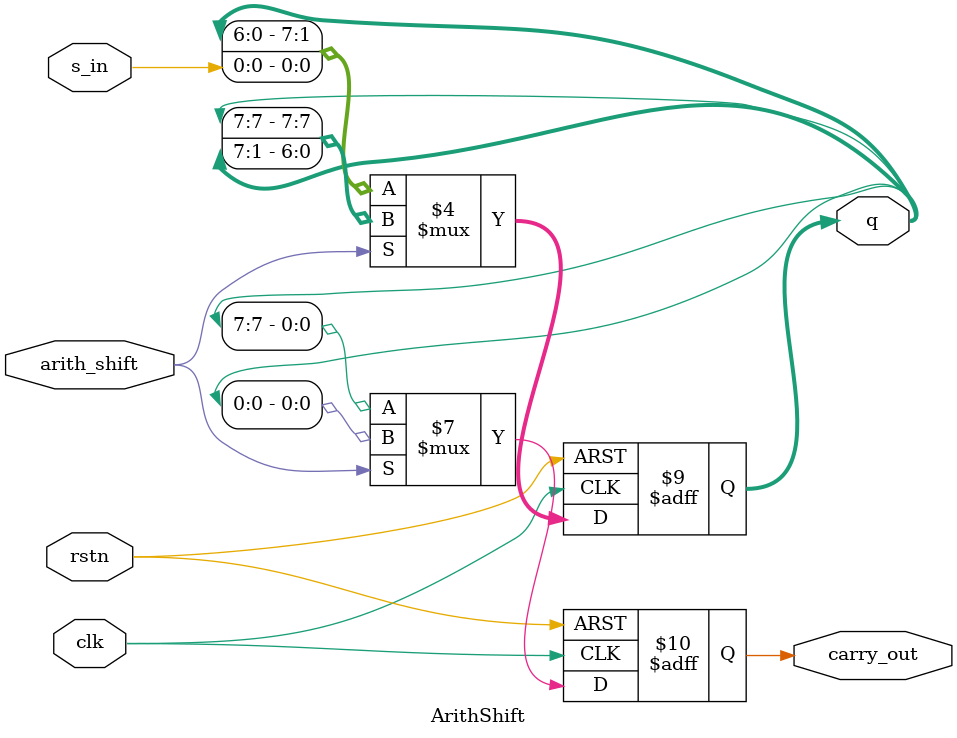
<source format=sv>
module ArithShift #(parameter N=8) (
    input clk, rstn, arith_shift, s_in,
    output reg [N-1:0] q,
    output reg carry_out
);
always @(posedge clk or negedge rstn) begin
    if (!rstn) begin
        q <= 0;
        carry_out <= 0;
    end else if (arith_shift) begin
        // Arithmetic right shift: sign-extend
        carry_out <= q[0];
        q <= {q[N-1], q[N-1:1]}; 
    end else begin
        // Logical left shift
        carry_out <= q[N-1];
        q <= {q[N-2:0], s_in};
    end
end
endmodule
</source>
